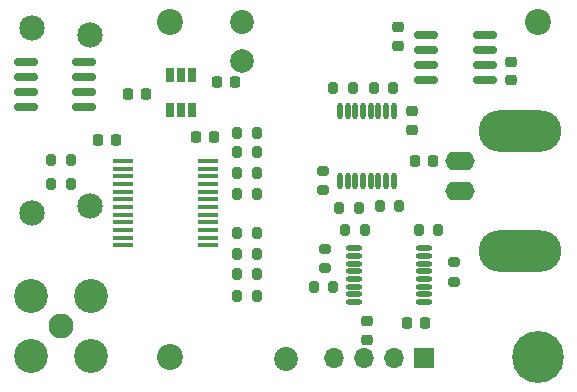
<source format=gbr>
%TF.GenerationSoftware,KiCad,Pcbnew,(6.0.11)*%
%TF.CreationDate,2024-01-26T14:49:33-06:00*%
%TF.ProjectId,voltage_sense,766f6c74-6167-4655-9f73-656e73652e6b,rev?*%
%TF.SameCoordinates,Original*%
%TF.FileFunction,Soldermask,Bot*%
%TF.FilePolarity,Negative*%
%FSLAX46Y46*%
G04 Gerber Fmt 4.6, Leading zero omitted, Abs format (unit mm)*
G04 Created by KiCad (PCBNEW (6.0.11)) date 2024-01-26 14:49:33*
%MOMM*%
%LPD*%
G01*
G04 APERTURE LIST*
G04 Aperture macros list*
%AMRoundRect*
0 Rectangle with rounded corners*
0 $1 Rounding radius*
0 $2 $3 $4 $5 $6 $7 $8 $9 X,Y pos of 4 corners*
0 Add a 4 corners polygon primitive as box body*
4,1,4,$2,$3,$4,$5,$6,$7,$8,$9,$2,$3,0*
0 Add four circle primitives for the rounded corners*
1,1,$1+$1,$2,$3*
1,1,$1+$1,$4,$5*
1,1,$1+$1,$6,$7*
1,1,$1+$1,$8,$9*
0 Add four rect primitives between the rounded corners*
20,1,$1+$1,$2,$3,$4,$5,0*
20,1,$1+$1,$4,$5,$6,$7,0*
20,1,$1+$1,$6,$7,$8,$9,0*
20,1,$1+$1,$8,$9,$2,$3,0*%
G04 Aperture macros list end*
%ADD10R,1.700000X1.700000*%
%ADD11O,1.700000X1.700000*%
%ADD12C,2.020000*%
%ADD13C,2.000000*%
%ADD14C,2.200000*%
%ADD15O,2.500000X1.600000*%
%ADD16O,7.000000X3.500000*%
%ADD17C,2.153200*%
%ADD18C,4.400000*%
%ADD19C,2.108200*%
%ADD20C,2.870200*%
%ADD21R,0.650001X1.200000*%
%ADD22RoundRect,0.225000X0.225000X0.250000X-0.225000X0.250000X-0.225000X-0.250000X0.225000X-0.250000X0*%
%ADD23RoundRect,0.200000X-0.200000X-0.275000X0.200000X-0.275000X0.200000X0.275000X-0.200000X0.275000X0*%
%ADD24RoundRect,0.225000X-0.250000X0.225000X-0.250000X-0.225000X0.250000X-0.225000X0.250000X0.225000X0*%
%ADD25RoundRect,0.150000X0.825000X0.150000X-0.825000X0.150000X-0.825000X-0.150000X0.825000X-0.150000X0*%
%ADD26R,1.750000X0.450000*%
%ADD27RoundRect,0.225000X-0.225000X-0.250000X0.225000X-0.250000X0.225000X0.250000X-0.225000X0.250000X0*%
%ADD28RoundRect,0.200000X-0.275000X0.200000X-0.275000X-0.200000X0.275000X-0.200000X0.275000X0.200000X0*%
%ADD29RoundRect,0.200000X0.200000X0.275000X-0.200000X0.275000X-0.200000X-0.275000X0.200000X-0.275000X0*%
%ADD30O,1.400000X0.449999*%
%ADD31RoundRect,0.200000X0.275000X-0.200000X0.275000X0.200000X-0.275000X0.200000X-0.275000X-0.200000X0*%
%ADD32O,0.449999X1.400000*%
G04 APERTURE END LIST*
D10*
%TO.C,J2*%
X35550000Y3168500D03*
D11*
X33010000Y3168500D03*
X30470000Y3168500D03*
X27930000Y3168500D03*
%TD*%
D12*
%TO.C,TP1*%
X23876000Y3111500D03*
%TD*%
D13*
%TO.C,TP9*%
X20193000Y28384500D03*
%TD*%
D14*
%TO.C,H7*%
X45200000Y31617500D03*
%TD*%
D15*
%TO.C,J5*%
X38608000Y17317500D03*
D16*
X43688000Y22397500D03*
D15*
X38608000Y19857500D03*
D16*
X43688000Y12237500D03*
%TD*%
D17*
%TO.C,J4*%
X7318000Y16085500D03*
X7318000Y30585500D03*
X2418000Y31185500D03*
X2418000Y15485500D03*
%TD*%
D14*
%TO.C,H2*%
X14100000Y3317500D03*
%TD*%
D18*
%TO.C,H3*%
X45200000Y3317500D03*
%TD*%
D12*
%TO.C,TP2*%
X20193000Y31686500D03*
%TD*%
D14*
%TO.C,H1*%
X14100000Y31617500D03*
%TD*%
D19*
%TO.C,J1*%
X4826000Y5905500D03*
D20*
X7375900Y3355600D03*
X2276100Y3355600D03*
X2276100Y8455400D03*
X7375900Y8455400D03*
%TD*%
D21*
%TO.C,U11*%
X14035999Y27192501D03*
X14986000Y27192501D03*
X15935998Y27192501D03*
X15935998Y24242502D03*
X14986000Y24242502D03*
X14035999Y24242502D03*
%TD*%
D22*
%TO.C,C16*%
X36335000Y19875500D03*
X34785000Y19875500D03*
%TD*%
D23*
%TO.C,R36*%
X31306000Y26098500D03*
X32956000Y26098500D03*
%TD*%
D24*
%TO.C,C31*%
X42926000Y28270500D03*
X42926000Y26720500D03*
%TD*%
D25*
%TO.C,U6*%
X6793000Y28257500D03*
X6793000Y26987500D03*
X6793000Y25717500D03*
X6793000Y24447500D03*
X1843000Y24447500D03*
X1843000Y25717500D03*
X1843000Y26987500D03*
X1843000Y28257500D03*
%TD*%
D24*
%TO.C,C32*%
X33401000Y31191500D03*
X33401000Y29641500D03*
%TD*%
%TO.C,C17*%
X34544000Y24079500D03*
X34544000Y22529500D03*
%TD*%
D23*
%TO.C,R22*%
X19749000Y18859500D03*
X21399000Y18859500D03*
%TD*%
D26*
%TO.C,U2*%
X17316000Y19894500D03*
X17316000Y19244500D03*
X17316000Y18594500D03*
X17316000Y17944500D03*
X17316000Y17294500D03*
X17316000Y16644500D03*
X17316000Y15994500D03*
X17316000Y15344500D03*
X17316000Y14694500D03*
X17316000Y14044500D03*
X17316000Y13394500D03*
X17316000Y12744500D03*
X10116000Y12744500D03*
X10116000Y13394500D03*
X10116000Y14044500D03*
X10116000Y14694500D03*
X10116000Y15344500D03*
X10116000Y15994500D03*
X10116000Y16644500D03*
X10116000Y17294500D03*
X10116000Y17944500D03*
X10116000Y18594500D03*
X10116000Y19244500D03*
X10116000Y19894500D03*
%TD*%
D23*
%TO.C,R8*%
X4001000Y17970500D03*
X5651000Y17970500D03*
%TD*%
D27*
%TO.C,C23*%
X10528000Y25590500D03*
X12078000Y25590500D03*
%TD*%
D28*
%TO.C,R41*%
X27177998Y12445488D03*
X27177998Y10795488D03*
%TD*%
D23*
%TO.C,R20*%
X19749000Y20637500D03*
X21399000Y20637500D03*
%TD*%
D24*
%TO.C,C18*%
X30734000Y6299500D03*
X30734000Y4749500D03*
%TD*%
D27*
%TO.C,C7*%
X7988000Y21653500D03*
X9538000Y21653500D03*
%TD*%
D23*
%TO.C,R40*%
X28893000Y14033500D03*
X30543000Y14033500D03*
%TD*%
%TO.C,R25*%
X19749000Y8445500D03*
X21399000Y8445500D03*
%TD*%
D29*
%TO.C,R5*%
X5651000Y20002500D03*
X4001000Y20002500D03*
%TD*%
D23*
%TO.C,R21*%
X19749000Y12001500D03*
X21399000Y12001500D03*
%TD*%
%TO.C,R23*%
X19749000Y10350500D03*
X21399000Y10350500D03*
%TD*%
D30*
%TO.C,U10*%
X35588997Y12498487D03*
X35588997Y11848486D03*
X35588997Y11198487D03*
X35588997Y10548486D03*
X35588997Y9898487D03*
X35588997Y9248486D03*
X35588997Y8598487D03*
X35588997Y7948486D03*
X29688996Y7948486D03*
X29688996Y8598487D03*
X29688996Y9248486D03*
X29688996Y9898487D03*
X29688996Y10548486D03*
X29688996Y11198487D03*
X29688996Y11848486D03*
X29688996Y12498487D03*
%TD*%
D29*
%TO.C,R33*%
X29527000Y26098500D03*
X27877000Y26098500D03*
%TD*%
D25*
%TO.C,U5*%
X40699000Y30519500D03*
X40699000Y29249500D03*
X40699000Y27979500D03*
X40699000Y26709500D03*
X35749000Y26709500D03*
X35749000Y27979500D03*
X35749000Y29249500D03*
X35749000Y30519500D03*
%TD*%
D23*
%TO.C,R17*%
X19749000Y22288500D03*
X21399000Y22288500D03*
%TD*%
D29*
%TO.C,R32*%
X33464000Y16065500D03*
X31814000Y16065500D03*
%TD*%
D23*
%TO.C,R38*%
X26225998Y9207488D03*
X27875998Y9207488D03*
%TD*%
D28*
%TO.C,R42*%
X38100000Y11302500D03*
X38100000Y9652500D03*
%TD*%
D31*
%TO.C,R34*%
X27051000Y17399500D03*
X27051000Y19049500D03*
%TD*%
D32*
%TO.C,U8*%
X28459001Y24095499D03*
X29109002Y24095499D03*
X29759001Y24095499D03*
X30409002Y24095499D03*
X31059001Y24095499D03*
X31709002Y24095499D03*
X32359001Y24095499D03*
X33009002Y24095499D03*
X33009002Y18195498D03*
X32359001Y18195498D03*
X31709002Y18195498D03*
X31059001Y18195498D03*
X30409002Y18195498D03*
X29759001Y18195498D03*
X29109002Y18195498D03*
X28459001Y18195498D03*
%TD*%
D23*
%TO.C,R24*%
X19749000Y17081500D03*
X21399000Y17081500D03*
%TD*%
%TO.C,R35*%
X28385000Y15938500D03*
X30035000Y15938500D03*
%TD*%
D29*
%TO.C,R39*%
X36765998Y14033488D03*
X35115998Y14033488D03*
%TD*%
D22*
%TO.C,C24*%
X17793000Y21907500D03*
X16243000Y21907500D03*
%TD*%
D23*
%TO.C,R19*%
X19749000Y13779500D03*
X21399000Y13779500D03*
%TD*%
D22*
%TO.C,C20*%
X35700000Y6159500D03*
X34150000Y6159500D03*
%TD*%
D27*
%TO.C,C22*%
X18021000Y26606500D03*
X19571000Y26606500D03*
%TD*%
M02*

</source>
